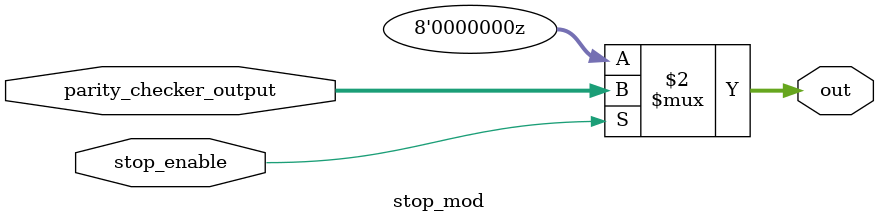
<source format=v>
`timescale 1ns / 1ps
module stop_mod(parity_checker_output, stop_enable, out);
input [7:0] parity_checker_output;
input stop_enable;
output [7:0] out;
bufif1(out, parity_checker_output, stop_enable);
endmodule

</source>
